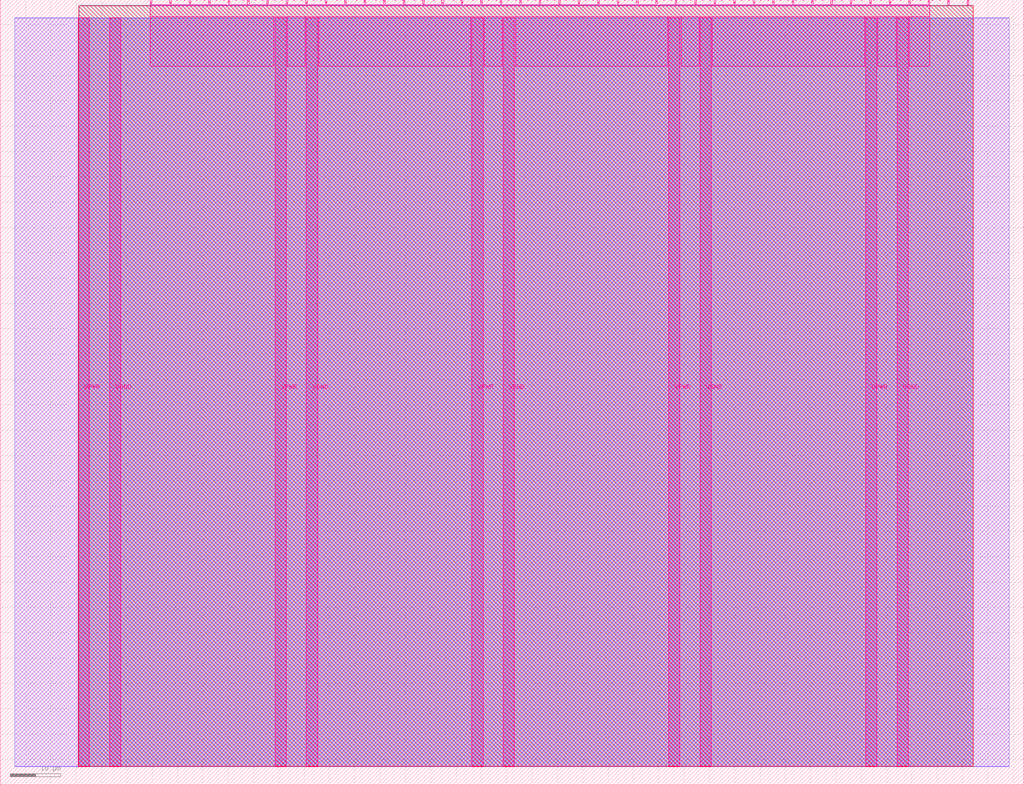
<source format=lef>
VERSION 5.7 ;
  NOWIREEXTENSIONATPIN ON ;
  DIVIDERCHAR "/" ;
  BUSBITCHARS "[]" ;
MACRO tt_um_clock_divider_arghunter
  CLASS BLOCK ;
  FOREIGN tt_um_clock_divider_arghunter ;
  ORIGIN 0.000 0.000 ;
  SIZE 202.080 BY 154.980 ;
  PIN VGND
    DIRECTION INOUT ;
    USE GROUND ;
    PORT
      LAYER Metal5 ;
        RECT 21.580 3.560 23.780 151.420 ;
    END
    PORT
      LAYER Metal5 ;
        RECT 60.450 3.560 62.650 151.420 ;
    END
    PORT
      LAYER Metal5 ;
        RECT 99.320 3.560 101.520 151.420 ;
    END
    PORT
      LAYER Metal5 ;
        RECT 138.190 3.560 140.390 151.420 ;
    END
    PORT
      LAYER Metal5 ;
        RECT 177.060 3.560 179.260 151.420 ;
    END
  END VGND
  PIN VPWR
    DIRECTION INOUT ;
    USE POWER ;
    PORT
      LAYER Metal5 ;
        RECT 15.380 3.560 17.580 151.420 ;
    END
    PORT
      LAYER Metal5 ;
        RECT 54.250 3.560 56.450 151.420 ;
    END
    PORT
      LAYER Metal5 ;
        RECT 93.120 3.560 95.320 151.420 ;
    END
    PORT
      LAYER Metal5 ;
        RECT 131.990 3.560 134.190 151.420 ;
    END
    PORT
      LAYER Metal5 ;
        RECT 170.860 3.560 173.060 151.420 ;
    END
  END VPWR
  PIN clk
    DIRECTION INPUT ;
    USE SIGNAL ;
    PORT
      LAYER Metal5 ;
        RECT 187.050 153.980 187.350 154.980 ;
    END
  END clk
  PIN ena
    DIRECTION INPUT ;
    USE SIGNAL ;
    PORT
      LAYER Metal5 ;
        RECT 190.890 153.980 191.190 154.980 ;
    END
  END ena
  PIN rst_n
    DIRECTION INPUT ;
    USE SIGNAL ;
    ANTENNAGATEAREA 0.180700 ;
    PORT
      LAYER Metal5 ;
        RECT 183.210 153.980 183.510 154.980 ;
    END
  END rst_n
  PIN ui_in[0]
    DIRECTION INPUT ;
    USE SIGNAL ;
    ANTENNAGATEAREA 0.180700 ;
    PORT
      LAYER Metal5 ;
        RECT 179.370 153.980 179.670 154.980 ;
    END
  END ui_in[0]
  PIN ui_in[1]
    DIRECTION INPUT ;
    USE SIGNAL ;
    ANTENNAGATEAREA 0.180700 ;
    PORT
      LAYER Metal5 ;
        RECT 175.530 153.980 175.830 154.980 ;
    END
  END ui_in[1]
  PIN ui_in[2]
    DIRECTION INPUT ;
    USE SIGNAL ;
    ANTENNAGATEAREA 0.180700 ;
    PORT
      LAYER Metal5 ;
        RECT 171.690 153.980 171.990 154.980 ;
    END
  END ui_in[2]
  PIN ui_in[3]
    DIRECTION INPUT ;
    USE SIGNAL ;
    ANTENNAGATEAREA 0.180700 ;
    PORT
      LAYER Metal5 ;
        RECT 167.850 153.980 168.150 154.980 ;
    END
  END ui_in[3]
  PIN ui_in[4]
    DIRECTION INPUT ;
    USE SIGNAL ;
    ANTENNAGATEAREA 0.180700 ;
    PORT
      LAYER Metal5 ;
        RECT 164.010 153.980 164.310 154.980 ;
    END
  END ui_in[4]
  PIN ui_in[5]
    DIRECTION INPUT ;
    USE SIGNAL ;
    ANTENNAGATEAREA 0.180700 ;
    PORT
      LAYER Metal5 ;
        RECT 160.170 153.980 160.470 154.980 ;
    END
  END ui_in[5]
  PIN ui_in[6]
    DIRECTION INPUT ;
    USE SIGNAL ;
    ANTENNAGATEAREA 0.180700 ;
    PORT
      LAYER Metal5 ;
        RECT 156.330 153.980 156.630 154.980 ;
    END
  END ui_in[6]
  PIN ui_in[7]
    DIRECTION INPUT ;
    USE SIGNAL ;
    ANTENNAGATEAREA 0.180700 ;
    PORT
      LAYER Metal5 ;
        RECT 152.490 153.980 152.790 154.980 ;
    END
  END ui_in[7]
  PIN uio_in[0]
    DIRECTION INPUT ;
    USE SIGNAL ;
    ANTENNAGATEAREA 0.180700 ;
    PORT
      LAYER Metal5 ;
        RECT 148.650 153.980 148.950 154.980 ;
    END
  END uio_in[0]
  PIN uio_in[1]
    DIRECTION INPUT ;
    USE SIGNAL ;
    ANTENNAGATEAREA 0.180700 ;
    PORT
      LAYER Metal5 ;
        RECT 144.810 153.980 145.110 154.980 ;
    END
  END uio_in[1]
  PIN uio_in[2]
    DIRECTION INPUT ;
    USE SIGNAL ;
    ANTENNAGATEAREA 0.180700 ;
    PORT
      LAYER Metal5 ;
        RECT 140.970 153.980 141.270 154.980 ;
    END
  END uio_in[2]
  PIN uio_in[3]
    DIRECTION INPUT ;
    USE SIGNAL ;
    ANTENNAGATEAREA 0.180700 ;
    PORT
      LAYER Metal5 ;
        RECT 137.130 153.980 137.430 154.980 ;
    END
  END uio_in[3]
  PIN uio_in[4]
    DIRECTION INPUT ;
    USE SIGNAL ;
    ANTENNAGATEAREA 0.180700 ;
    PORT
      LAYER Metal5 ;
        RECT 133.290 153.980 133.590 154.980 ;
    END
  END uio_in[4]
  PIN uio_in[5]
    DIRECTION INPUT ;
    USE SIGNAL ;
    ANTENNAGATEAREA 0.180700 ;
    PORT
      LAYER Metal5 ;
        RECT 129.450 153.980 129.750 154.980 ;
    END
  END uio_in[5]
  PIN uio_in[6]
    DIRECTION INPUT ;
    USE SIGNAL ;
    ANTENNAGATEAREA 0.180700 ;
    PORT
      LAYER Metal5 ;
        RECT 125.610 153.980 125.910 154.980 ;
    END
  END uio_in[6]
  PIN uio_in[7]
    DIRECTION INPUT ;
    USE SIGNAL ;
    ANTENNAGATEAREA 0.180700 ;
    PORT
      LAYER Metal5 ;
        RECT 121.770 153.980 122.070 154.980 ;
    END
  END uio_in[7]
  PIN uio_oe[0]
    DIRECTION OUTPUT ;
    USE SIGNAL ;
    ANTENNADIFFAREA 0.299200 ;
    PORT
      LAYER Metal5 ;
        RECT 56.490 153.980 56.790 154.980 ;
    END
  END uio_oe[0]
  PIN uio_oe[1]
    DIRECTION OUTPUT ;
    USE SIGNAL ;
    ANTENNADIFFAREA 0.299200 ;
    PORT
      LAYER Metal5 ;
        RECT 52.650 153.980 52.950 154.980 ;
    END
  END uio_oe[1]
  PIN uio_oe[2]
    DIRECTION OUTPUT ;
    USE SIGNAL ;
    ANTENNADIFFAREA 0.299200 ;
    PORT
      LAYER Metal5 ;
        RECT 48.810 153.980 49.110 154.980 ;
    END
  END uio_oe[2]
  PIN uio_oe[3]
    DIRECTION OUTPUT ;
    USE SIGNAL ;
    ANTENNADIFFAREA 0.299200 ;
    PORT
      LAYER Metal5 ;
        RECT 44.970 153.980 45.270 154.980 ;
    END
  END uio_oe[3]
  PIN uio_oe[4]
    DIRECTION OUTPUT ;
    USE SIGNAL ;
    ANTENNADIFFAREA 0.299200 ;
    PORT
      LAYER Metal5 ;
        RECT 41.130 153.980 41.430 154.980 ;
    END
  END uio_oe[4]
  PIN uio_oe[5]
    DIRECTION OUTPUT ;
    USE SIGNAL ;
    ANTENNADIFFAREA 0.299200 ;
    PORT
      LAYER Metal5 ;
        RECT 37.290 153.980 37.590 154.980 ;
    END
  END uio_oe[5]
  PIN uio_oe[6]
    DIRECTION OUTPUT ;
    USE SIGNAL ;
    ANTENNADIFFAREA 0.299200 ;
    PORT
      LAYER Metal5 ;
        RECT 33.450 153.980 33.750 154.980 ;
    END
  END uio_oe[6]
  PIN uio_oe[7]
    DIRECTION OUTPUT ;
    USE SIGNAL ;
    ANTENNADIFFAREA 0.299200 ;
    PORT
      LAYER Metal5 ;
        RECT 29.610 153.980 29.910 154.980 ;
    END
  END uio_oe[7]
  PIN uio_out[0]
    DIRECTION OUTPUT ;
    USE SIGNAL ;
    ANTENNADIFFAREA 0.299200 ;
    PORT
      LAYER Metal5 ;
        RECT 87.210 153.980 87.510 154.980 ;
    END
  END uio_out[0]
  PIN uio_out[1]
    DIRECTION OUTPUT ;
    USE SIGNAL ;
    ANTENNADIFFAREA 0.299200 ;
    PORT
      LAYER Metal5 ;
        RECT 83.370 153.980 83.670 154.980 ;
    END
  END uio_out[1]
  PIN uio_out[2]
    DIRECTION OUTPUT ;
    USE SIGNAL ;
    ANTENNADIFFAREA 0.299200 ;
    PORT
      LAYER Metal5 ;
        RECT 79.530 153.980 79.830 154.980 ;
    END
  END uio_out[2]
  PIN uio_out[3]
    DIRECTION OUTPUT ;
    USE SIGNAL ;
    ANTENNADIFFAREA 0.299200 ;
    PORT
      LAYER Metal5 ;
        RECT 75.690 153.980 75.990 154.980 ;
    END
  END uio_out[3]
  PIN uio_out[4]
    DIRECTION OUTPUT ;
    USE SIGNAL ;
    ANTENNADIFFAREA 0.299200 ;
    PORT
      LAYER Metal5 ;
        RECT 71.850 153.980 72.150 154.980 ;
    END
  END uio_out[4]
  PIN uio_out[5]
    DIRECTION OUTPUT ;
    USE SIGNAL ;
    ANTENNADIFFAREA 0.299200 ;
    PORT
      LAYER Metal5 ;
        RECT 68.010 153.980 68.310 154.980 ;
    END
  END uio_out[5]
  PIN uio_out[6]
    DIRECTION OUTPUT ;
    USE SIGNAL ;
    ANTENNADIFFAREA 0.299200 ;
    PORT
      LAYER Metal5 ;
        RECT 64.170 153.980 64.470 154.980 ;
    END
  END uio_out[6]
  PIN uio_out[7]
    DIRECTION OUTPUT ;
    USE SIGNAL ;
    ANTENNADIFFAREA 0.299200 ;
    PORT
      LAYER Metal5 ;
        RECT 60.330 153.980 60.630 154.980 ;
    END
  END uio_out[7]
  PIN uo_out[0]
    DIRECTION OUTPUT ;
    USE SIGNAL ;
    ANTENNADIFFAREA 0.654800 ;
    PORT
      LAYER Metal5 ;
        RECT 117.930 153.980 118.230 154.980 ;
    END
  END uo_out[0]
  PIN uo_out[1]
    DIRECTION OUTPUT ;
    USE SIGNAL ;
    ANTENNADIFFAREA 0.299200 ;
    PORT
      LAYER Metal5 ;
        RECT 114.090 153.980 114.390 154.980 ;
    END
  END uo_out[1]
  PIN uo_out[2]
    DIRECTION OUTPUT ;
    USE SIGNAL ;
    ANTENNADIFFAREA 0.299200 ;
    PORT
      LAYER Metal5 ;
        RECT 110.250 153.980 110.550 154.980 ;
    END
  END uo_out[2]
  PIN uo_out[3]
    DIRECTION OUTPUT ;
    USE SIGNAL ;
    ANTENNADIFFAREA 0.299200 ;
    PORT
      LAYER Metal5 ;
        RECT 106.410 153.980 106.710 154.980 ;
    END
  END uo_out[3]
  PIN uo_out[4]
    DIRECTION OUTPUT ;
    USE SIGNAL ;
    ANTENNADIFFAREA 0.299200 ;
    PORT
      LAYER Metal5 ;
        RECT 102.570 153.980 102.870 154.980 ;
    END
  END uo_out[4]
  PIN uo_out[5]
    DIRECTION OUTPUT ;
    USE SIGNAL ;
    ANTENNADIFFAREA 0.299200 ;
    PORT
      LAYER Metal5 ;
        RECT 98.730 153.980 99.030 154.980 ;
    END
  END uo_out[5]
  PIN uo_out[6]
    DIRECTION OUTPUT ;
    USE SIGNAL ;
    ANTENNADIFFAREA 0.299200 ;
    PORT
      LAYER Metal5 ;
        RECT 94.890 153.980 95.190 154.980 ;
    END
  END uo_out[6]
  PIN uo_out[7]
    DIRECTION OUTPUT ;
    USE SIGNAL ;
    ANTENNADIFFAREA 0.299200 ;
    PORT
      LAYER Metal5 ;
        RECT 91.050 153.980 91.350 154.980 ;
    END
  END uo_out[7]
  OBS
      LAYER GatPoly ;
        RECT 2.880 3.630 199.200 151.350 ;
      LAYER Metal1 ;
        RECT 2.880 3.560 199.200 151.420 ;
      LAYER Metal2 ;
        RECT 15.515 3.680 192.145 151.300 ;
      LAYER Metal3 ;
        RECT 15.560 3.635 192.100 153.865 ;
      LAYER Metal4 ;
        RECT 15.515 3.680 192.145 153.820 ;
      LAYER Metal5 ;
        RECT 30.120 153.770 33.240 153.980 ;
        RECT 33.960 153.770 37.080 153.980 ;
        RECT 37.800 153.770 40.920 153.980 ;
        RECT 41.640 153.770 44.760 153.980 ;
        RECT 45.480 153.770 48.600 153.980 ;
        RECT 49.320 153.770 52.440 153.980 ;
        RECT 53.160 153.770 56.280 153.980 ;
        RECT 57.000 153.770 60.120 153.980 ;
        RECT 60.840 153.770 63.960 153.980 ;
        RECT 64.680 153.770 67.800 153.980 ;
        RECT 68.520 153.770 71.640 153.980 ;
        RECT 72.360 153.770 75.480 153.980 ;
        RECT 76.200 153.770 79.320 153.980 ;
        RECT 80.040 153.770 83.160 153.980 ;
        RECT 83.880 153.770 87.000 153.980 ;
        RECT 87.720 153.770 90.840 153.980 ;
        RECT 91.560 153.770 94.680 153.980 ;
        RECT 95.400 153.770 98.520 153.980 ;
        RECT 99.240 153.770 102.360 153.980 ;
        RECT 103.080 153.770 106.200 153.980 ;
        RECT 106.920 153.770 110.040 153.980 ;
        RECT 110.760 153.770 113.880 153.980 ;
        RECT 114.600 153.770 117.720 153.980 ;
        RECT 118.440 153.770 121.560 153.980 ;
        RECT 122.280 153.770 125.400 153.980 ;
        RECT 126.120 153.770 129.240 153.980 ;
        RECT 129.960 153.770 133.080 153.980 ;
        RECT 133.800 153.770 136.920 153.980 ;
        RECT 137.640 153.770 140.760 153.980 ;
        RECT 141.480 153.770 144.600 153.980 ;
        RECT 145.320 153.770 148.440 153.980 ;
        RECT 149.160 153.770 152.280 153.980 ;
        RECT 153.000 153.770 156.120 153.980 ;
        RECT 156.840 153.770 159.960 153.980 ;
        RECT 160.680 153.770 163.800 153.980 ;
        RECT 164.520 153.770 167.640 153.980 ;
        RECT 168.360 153.770 171.480 153.980 ;
        RECT 172.200 153.770 175.320 153.980 ;
        RECT 176.040 153.770 179.160 153.980 ;
        RECT 179.880 153.770 183.000 153.980 ;
        RECT 29.660 151.630 183.460 153.770 ;
        RECT 29.660 141.815 54.040 151.630 ;
        RECT 56.660 141.815 60.240 151.630 ;
        RECT 62.860 141.815 92.910 151.630 ;
        RECT 95.530 141.815 99.110 151.630 ;
        RECT 101.730 141.815 131.780 151.630 ;
        RECT 134.400 141.815 137.980 151.630 ;
        RECT 140.600 141.815 170.650 151.630 ;
        RECT 173.270 141.815 176.850 151.630 ;
        RECT 179.470 141.815 183.460 151.630 ;
  END
END tt_um_clock_divider_arghunter
END LIBRARY


</source>
